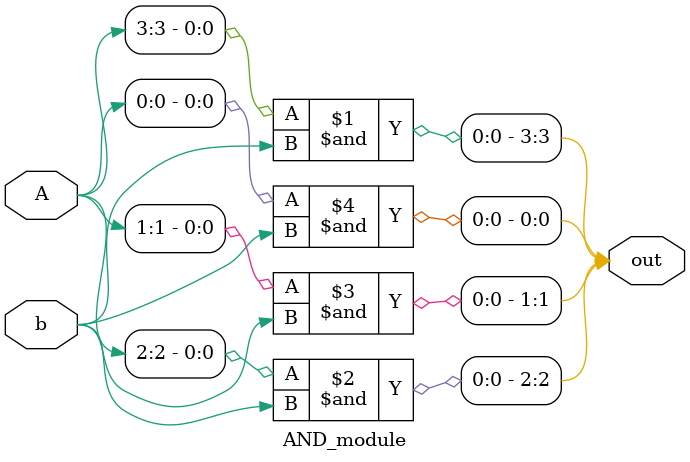
<source format=v>
`timescale 1ns / 1ps


module AND_module(input [3:0] A, input b,
                  output [3:0] out);


assign out[3] = A[3] & b;
assign out[2] = A[2] & b;
assign out[1] = A[1] & b;
assign out[0] = A[0] & b;

endmodule

</source>
